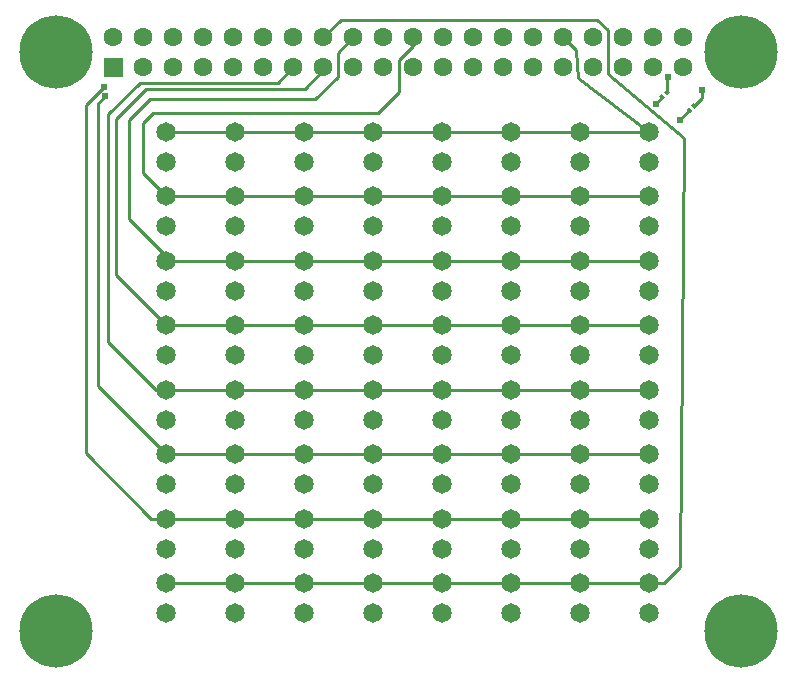
<source format=gtl>
G04 Layer: TopLayer*
G04 EasyEDA v6.4.17, 2021-03-31T14:38:32+03:00*
G04 f909ed13756343b98f462e3577095ce5,760a9ddc15c74e7bbd11e1bda961fd7a,10*
G04 Gerber Generator version 0.2*
G04 Scale: 100 percent, Rotated: No, Reflected: No *
G04 Dimensions in inches *
G04 leading zeros omitted , absolute positions ,3 integer and 6 decimal *
%FSLAX36Y36*%
%MOIN*%

%ADD10C,0.0100*%
%ADD11C,0.0240*%
%ADD13C,0.2441*%
%ADD15C,0.0630*%
%ADD16C,0.0650*%

%LPD*%
D10*
X2863500Y1901500D02*
G01*
X2625000Y2080000D01*
X2620000Y2172100D01*
X2576400Y2215599D01*
X2925000Y2085000D02*
G01*
X2922650Y2082651D01*
X2922650Y2032649D01*
X2885000Y1995000D02*
G01*
X2907339Y2017339D01*
X3012650Y1987649D02*
G01*
X3040000Y2014998D01*
X3040000Y2040000D01*
X2965000Y1940000D02*
G01*
X2965000Y1940000D01*
X2997340Y1972339D01*
X2076400Y2215599D02*
G01*
X2076400Y2186399D01*
X2030000Y2140000D01*
X2030000Y2035000D01*
X1960000Y1965000D01*
X1210000Y1965000D01*
X1175000Y1930000D01*
X1175000Y1765000D01*
X1253500Y1686500D01*
X2173537Y1686460D02*
G01*
X2403537Y1686460D01*
X1483537Y1901460D02*
G01*
X1253537Y1901460D01*
X1776419Y2115630D02*
G01*
X1776419Y2106419D01*
X1715000Y2045000D01*
X1185000Y2045000D01*
X1085000Y1945000D01*
X1085000Y1425000D01*
X1253540Y1256460D01*
X1253537Y1256460D02*
G01*
X1483537Y1256460D01*
X1713537Y1901460D02*
G01*
X1483537Y1901460D01*
X1943537Y1901460D02*
G01*
X1713537Y1901460D01*
X2173537Y1901460D02*
G01*
X1943537Y1901460D01*
X2403537Y1901460D02*
G01*
X2173537Y1901460D01*
X2633537Y1901460D02*
G01*
X2403537Y1901460D01*
X2633537Y1686460D02*
G01*
X2863537Y1686460D01*
X2403537Y1686460D02*
G01*
X2633537Y1686460D01*
X1943537Y1686460D02*
G01*
X2173537Y1686460D01*
X1943537Y1686460D02*
G01*
X1713537Y1686460D01*
X1483537Y1686460D02*
G01*
X1713537Y1686460D01*
X1253537Y1686460D02*
G01*
X1483537Y1686460D01*
X1713537Y1471460D02*
G01*
X1483537Y1471460D01*
X1943537Y1471460D02*
G01*
X1713537Y1471460D01*
X2173537Y1471460D02*
G01*
X1943537Y1471460D01*
X2403537Y1471460D02*
G01*
X2173537Y1471460D01*
X2633537Y1471460D02*
G01*
X2403537Y1471460D01*
X2633537Y1471460D02*
G01*
X2863537Y1471460D01*
X2633537Y1256460D02*
G01*
X2863537Y1256460D01*
X2403537Y1256460D02*
G01*
X2633537Y1256460D01*
X2173537Y1256460D02*
G01*
X2403537Y1256460D01*
X1943537Y1256460D02*
G01*
X2154690Y1256460D01*
X1713537Y1256460D02*
G01*
X1943537Y1256460D01*
X1483537Y1256460D02*
G01*
X1713537Y1256460D01*
X2633537Y1041460D02*
G01*
X2863537Y1041460D01*
X2403537Y1041460D02*
G01*
X2633537Y1041460D01*
X2173537Y1041460D02*
G01*
X2403537Y1041460D01*
X1943537Y1041460D02*
G01*
X2173537Y1041460D01*
X1713537Y1041460D02*
G01*
X1974690Y1041460D01*
X1483537Y1041460D02*
G01*
X1713537Y1041460D01*
X1253537Y1041460D02*
G01*
X1483537Y1041460D01*
X1483537Y826460D02*
G01*
X1253537Y826460D01*
X1713537Y826460D02*
G01*
X1483537Y826460D01*
X1713537Y826460D02*
G01*
X1943537Y826460D01*
X2173537Y826460D02*
G01*
X1943537Y826460D01*
X2403537Y826460D02*
G01*
X2173537Y826460D01*
X2633537Y826460D02*
G01*
X2403537Y826460D01*
X2863537Y826460D02*
G01*
X2633537Y826460D01*
X2633537Y611460D02*
G01*
X2863537Y611460D01*
X2403537Y611460D02*
G01*
X2633537Y611460D01*
X2173537Y611460D02*
G01*
X2403537Y611460D01*
X1943537Y611460D02*
G01*
X2173537Y611460D01*
X1713537Y611460D02*
G01*
X1943537Y611460D01*
X1483537Y611460D02*
G01*
X1713537Y611460D01*
X1253537Y611460D02*
G01*
X1483537Y611460D01*
X2633537Y396460D02*
G01*
X2863537Y396460D01*
X2403537Y396460D02*
G01*
X2633537Y396460D01*
X2173537Y396460D02*
G01*
X2403537Y396460D01*
X1943537Y396460D02*
G01*
X2173537Y396460D01*
X1713537Y396460D02*
G01*
X1943537Y396460D01*
X1713537Y396460D02*
G01*
X1483537Y396460D01*
X1253537Y396460D02*
G01*
X1483537Y396460D01*
X1483537Y1471460D02*
G01*
X1253537Y1471460D01*
X1253540Y1471460D02*
G01*
X1253540Y1486460D01*
X1130000Y1610000D01*
X1130000Y1940000D01*
X1200000Y2010000D01*
X1750000Y2010000D01*
X1825000Y2085000D01*
X1825000Y2164209D01*
X1876419Y2215630D01*
X1253540Y1041460D02*
G01*
X1218540Y1041460D01*
X1060000Y1200000D01*
X1060000Y1960000D01*
X1165000Y2065000D01*
X1625789Y2065000D01*
X1676419Y2115630D01*
X1253540Y826460D02*
G01*
X1253540Y826460D01*
X1025000Y1055000D01*
X1025000Y1995000D01*
X1050000Y2020000D01*
X1253540Y611460D02*
G01*
X1203540Y611460D01*
X985000Y830000D01*
X985000Y1990000D01*
X1045000Y2050000D01*
X2863500Y396500D02*
G01*
X2911499Y396500D01*
X2965000Y450000D01*
X2980000Y1880000D01*
X2725000Y2095000D01*
X2725000Y2240000D01*
X2690000Y2275000D01*
X1835799Y2275000D01*
X1776400Y2215599D01*
X2863537Y1901460D02*
G01*
X2633537Y1901460D01*
G36*
X3002910Y1989045D02*
G01*
X3011261Y1997397D01*
X3022397Y1986260D01*
X3014044Y1977910D01*
G37*
G36*
X2987601Y1973735D02*
G01*
X2995952Y1982087D01*
X3007088Y1970952D01*
X2998735Y1962600D01*
G37*
G36*
X2912910Y2034045D02*
G01*
X2921261Y2042397D01*
X2932397Y2031260D01*
X2924044Y2022910D01*
G37*
G36*
X2897601Y2018735D02*
G01*
X2905952Y2027087D01*
X2917088Y2015952D01*
X2908735Y2007600D01*
G37*
D13*
G01*
X884690Y236500D03*
G01*
X3168540Y236460D03*
G01*
X884690Y2165630D03*
G01*
X3168149Y2165630D03*
G36*
X1044921Y2147125D02*
G01*
X1107914Y2147125D01*
X1107914Y2084133D01*
X1044921Y2084133D01*
G37*
D15*
G01*
X1076419Y2215630D03*
G01*
X1176419Y2115630D03*
G01*
X1176419Y2215630D03*
G01*
X1276419Y2115630D03*
G01*
X1276419Y2215630D03*
G01*
X1376419Y2115630D03*
G01*
X1376419Y2215630D03*
G01*
X1476419Y2115630D03*
G01*
X1476419Y2215630D03*
G01*
X1576419Y2115630D03*
G01*
X1576419Y2215630D03*
G01*
X1676419Y2115630D03*
G01*
X1676419Y2215630D03*
G01*
X1776419Y2115630D03*
G01*
X1776419Y2215630D03*
G01*
X1876419Y2115630D03*
G01*
X1876419Y2215630D03*
G01*
X1976419Y2115630D03*
G01*
X1976419Y2215630D03*
G01*
X2076419Y2115630D03*
G01*
X2076419Y2215630D03*
G01*
X2176419Y2115630D03*
G01*
X2176419Y2215630D03*
G01*
X2276419Y2115630D03*
G01*
X2276419Y2215630D03*
G01*
X2376419Y2115630D03*
G01*
X2376419Y2215630D03*
G01*
X2476419Y2115630D03*
G01*
X2476419Y2215630D03*
G01*
X2576419Y2115630D03*
G01*
X2576419Y2215630D03*
G01*
X2676419Y2115630D03*
G01*
X2676419Y2215630D03*
G01*
X2776419Y2115630D03*
G01*
X2776419Y2215630D03*
G01*
X2876419Y2115630D03*
G01*
X2876419Y2215630D03*
G01*
X2976419Y2115630D03*
G01*
X2976419Y2215630D03*
D16*
G01*
X1253540Y396460D03*
G01*
X1253540Y296460D03*
G01*
X1253540Y611460D03*
G01*
X1253540Y511460D03*
G01*
X1253540Y826460D03*
G01*
X1253540Y726460D03*
G01*
X1253540Y1041460D03*
G01*
X1253540Y941460D03*
G01*
X1253540Y1901460D03*
G01*
X1253540Y1801460D03*
G01*
X1253540Y1686460D03*
G01*
X1253540Y1586460D03*
G01*
X1253540Y1471460D03*
G01*
X1253540Y1371460D03*
G01*
X1253540Y1256460D03*
G01*
X1253540Y1156460D03*
G01*
X1483540Y1256460D03*
G01*
X1483540Y1156460D03*
G01*
X1483540Y1471460D03*
G01*
X1483540Y1371460D03*
G01*
X1483540Y1686460D03*
G01*
X1483540Y1586460D03*
G01*
X1483540Y1901460D03*
G01*
X1483540Y1801460D03*
G01*
X1483540Y1041460D03*
G01*
X1483540Y941460D03*
G01*
X1483540Y826460D03*
G01*
X1483540Y726460D03*
G01*
X1483540Y611460D03*
G01*
X1483540Y511460D03*
G01*
X1483540Y396460D03*
G01*
X1483540Y296460D03*
G01*
X1713540Y1256460D03*
G01*
X1713540Y1156460D03*
G01*
X1713540Y1471460D03*
G01*
X1713540Y1371460D03*
G01*
X1713540Y1686460D03*
G01*
X1713540Y1586460D03*
G01*
X1713540Y1901460D03*
G01*
X1713540Y1801460D03*
G01*
X1713540Y1041460D03*
G01*
X1713540Y941460D03*
G01*
X1713540Y826460D03*
G01*
X1713540Y726460D03*
G01*
X1713540Y611460D03*
G01*
X1713540Y511460D03*
G01*
X1713540Y396460D03*
G01*
X1713540Y296460D03*
G01*
X2403540Y396460D03*
G01*
X2403540Y296460D03*
G01*
X2403540Y611460D03*
G01*
X2403540Y511460D03*
G01*
X2403540Y826460D03*
G01*
X2403540Y726460D03*
G01*
X2403540Y1041460D03*
G01*
X2403540Y941460D03*
G01*
X2403540Y1901460D03*
G01*
X2403540Y1801460D03*
G01*
X2403540Y1686460D03*
G01*
X2403540Y1586460D03*
G01*
X2403540Y1471460D03*
G01*
X2403540Y1371460D03*
G01*
X2403540Y1256460D03*
G01*
X2403540Y1156460D03*
G01*
X2173540Y396460D03*
G01*
X2173540Y296460D03*
G01*
X2173540Y611460D03*
G01*
X2173540Y511460D03*
G01*
X2173540Y826460D03*
G01*
X2173540Y726460D03*
G01*
X2173540Y1041460D03*
G01*
X2173540Y941460D03*
G01*
X2173540Y1901460D03*
G01*
X2173540Y1801460D03*
G01*
X2173540Y1686460D03*
G01*
X2173540Y1586460D03*
G01*
X2173540Y1471460D03*
G01*
X2173540Y1371460D03*
G01*
X2173540Y1256460D03*
G01*
X2173540Y1156460D03*
G01*
X1943540Y1256460D03*
G01*
X1943540Y1156460D03*
G01*
X1943540Y1471460D03*
G01*
X1943540Y1371460D03*
G01*
X1943540Y1686460D03*
G01*
X1943540Y1586460D03*
G01*
X1943540Y1901460D03*
G01*
X1943540Y1801460D03*
G01*
X1943540Y1041460D03*
G01*
X1943540Y941460D03*
G01*
X1943540Y826460D03*
G01*
X1943540Y726460D03*
G01*
X1943540Y611460D03*
G01*
X1943540Y511460D03*
G01*
X1943540Y396460D03*
G01*
X1943540Y296460D03*
G01*
X2633540Y1256460D03*
G01*
X2633540Y1156460D03*
G01*
X2633540Y1471460D03*
G01*
X2633540Y1371460D03*
G01*
X2633540Y1686460D03*
G01*
X2633540Y1586460D03*
G01*
X2633540Y1901460D03*
G01*
X2633540Y1801460D03*
G01*
X2633540Y1041460D03*
G01*
X2633540Y941460D03*
G01*
X2633540Y826460D03*
G01*
X2633540Y726460D03*
G01*
X2633540Y611460D03*
G01*
X2633540Y511460D03*
G01*
X2633540Y396460D03*
G01*
X2633540Y296460D03*
G01*
X2863540Y1256460D03*
G01*
X2863540Y1156460D03*
G01*
X2863540Y1471460D03*
G01*
X2863540Y1371460D03*
G01*
X2863540Y1686460D03*
G01*
X2863540Y1586460D03*
G01*
X2863540Y1901460D03*
G01*
X2863540Y1801460D03*
G01*
X2863540Y1041460D03*
G01*
X2863540Y941460D03*
G01*
X2863540Y826460D03*
G01*
X2863540Y726460D03*
G01*
X2863540Y611460D03*
G01*
X2863540Y511460D03*
G01*
X2863540Y396460D03*
G01*
X2863540Y296460D03*
D11*
G01*
X1050000Y2020000D03*
G01*
X1045000Y2050000D03*
G01*
X2965000Y1940000D03*
G01*
X3040000Y2040000D03*
G01*
X2885000Y1995000D03*
G01*
X2925000Y2085000D03*
M02*

</source>
